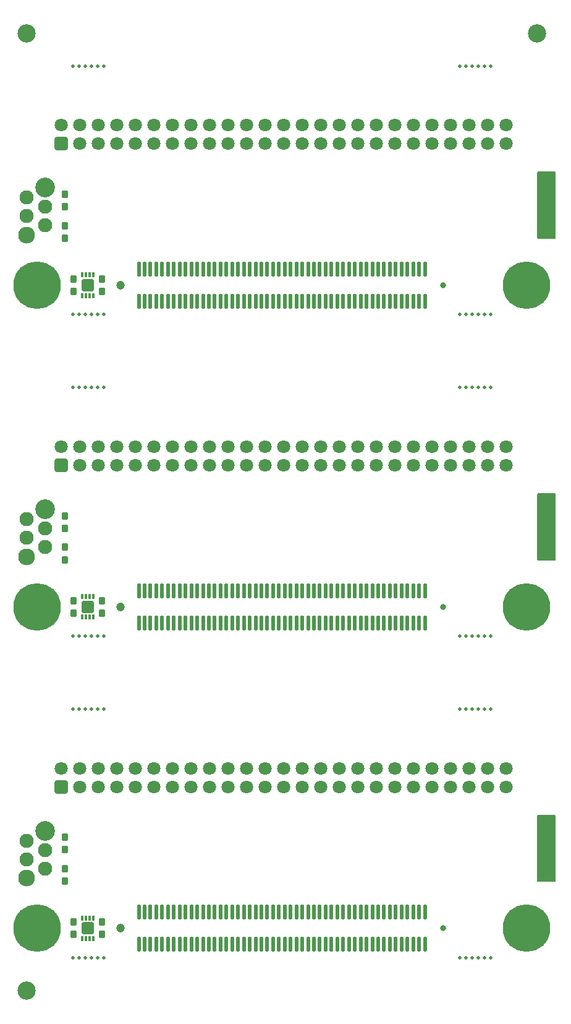
<source format=gts>
G04 #@! TF.GenerationSoftware,KiCad,Pcbnew,8.0.6*
G04 #@! TF.CreationDate,2024-11-07T02:26:55-08:00*
G04 #@! TF.ProjectId,hvd-50-idc-panel,6876642d-3530-42d6-9964-632d70616e65,1*
G04 #@! TF.SameCoordinates,Original*
G04 #@! TF.FileFunction,Soldermask,Top*
G04 #@! TF.FilePolarity,Negative*
%FSLAX46Y46*%
G04 Gerber Fmt 4.6, Leading zero omitted, Abs format (unit mm)*
G04 Created by KiCad (PCBNEW 8.0.6) date 2024-11-07 02:26:55*
%MOMM*%
%LPD*%
G01*
G04 APERTURE LIST*
G04 Aperture macros list*
%AMRoundRect*
0 Rectangle with rounded corners*
0 $1 Rounding radius*
0 $2 $3 $4 $5 $6 $7 $8 $9 X,Y pos of 4 corners*
0 Add a 4 corners polygon primitive as box body*
4,1,4,$2,$3,$4,$5,$6,$7,$8,$9,$2,$3,0*
0 Add four circle primitives for the rounded corners*
1,1,$1+$1,$2,$3*
1,1,$1+$1,$4,$5*
1,1,$1+$1,$6,$7*
1,1,$1+$1,$8,$9*
0 Add four rect primitives between the rounded corners*
20,1,$1+$1,$2,$3,$4,$5,0*
20,1,$1+$1,$4,$5,$6,$7,0*
20,1,$1+$1,$6,$7,$8,$9,0*
20,1,$1+$1,$8,$9,$2,$3,0*%
G04 Aperture macros list end*
%ADD10C,0.500000*%
%ADD11C,2.500000*%
%ADD12RoundRect,0.264706X0.635294X-0.635294X0.635294X0.635294X-0.635294X0.635294X-0.635294X-0.635294X0*%
%ADD13C,1.800000*%
%ADD14C,6.500000*%
%ADD15RoundRect,0.225000X0.225000X-0.275000X0.225000X0.275000X-0.225000X0.275000X-0.225000X-0.275000X0*%
%ADD16RoundRect,0.225000X-0.225000X0.275000X-0.225000X-0.275000X0.225000X-0.275000X0.225000X0.275000X0*%
%ADD17C,2.300000*%
%ADD18C,2.700000*%
%ADD19C,1.950000*%
%ADD20RoundRect,0.062500X0.137500X-0.287500X0.137500X0.287500X-0.137500X0.287500X-0.137500X-0.287500X0*%
%ADD21RoundRect,0.265625X0.584375X-0.584375X0.584375X0.584375X-0.584375X0.584375X-0.584375X-0.584375X0*%
%ADD22C,0.800000*%
%ADD23C,1.200000*%
%ADD24RoundRect,0.125000X0.125000X0.925000X-0.125000X0.925000X-0.125000X-0.925000X0.125000X-0.925000X0*%
G04 APERTURE END LIST*
D10*
G04 #@! TO.C,KiKit_MB_8_1*
X-61899000Y51002000D03*
G04 #@! TD*
G04 #@! TO.C,KiKit_MB_1_2*
X-9739401Y95002000D03*
G04 #@! TD*
G04 #@! TO.C,KiKit_MB_4_6*
X-66100999Y95002000D03*
G04 #@! TD*
G04 #@! TO.C,KiKit_MB_5_5*
X-12260600Y51002000D03*
G04 #@! TD*
G04 #@! TO.C,KiKit_MB_1_3*
X-10579801Y95002000D03*
G04 #@! TD*
D11*
G04 #@! TO.C,KiKit_FID_T_3*
X-72500000Y2500000D03*
G04 #@! TD*
D10*
G04 #@! TO.C,KiKit_MB_2_3*
X-64420199Y129002000D03*
G04 #@! TD*
G04 #@! TO.C,KiKit_MB_4_1*
X-61899000Y95002000D03*
G04 #@! TD*
G04 #@! TO.C,KiKit_MB_3_3*
X-11420200Y129002000D03*
G04 #@! TD*
G04 #@! TO.C,KiKit_MB_9_3*
X-10579801Y7002000D03*
G04 #@! TD*
D12*
G04 #@! TO.C,J2*
X-67760000Y30362000D03*
D13*
X-67760000Y32902000D03*
X-65220000Y30362000D03*
X-65220000Y32902000D03*
X-62680000Y30362000D03*
X-62680000Y32902000D03*
X-60140000Y30362000D03*
X-60140000Y32902000D03*
X-57600000Y30362000D03*
X-57600000Y32902000D03*
X-55060000Y30362000D03*
X-55060000Y32902000D03*
X-52520000Y30362000D03*
X-52520000Y32902000D03*
X-49980000Y30362000D03*
X-49980000Y32902000D03*
X-47440000Y30362000D03*
X-47440000Y32902000D03*
X-44900000Y30362000D03*
X-44900000Y32902000D03*
X-42360000Y30362000D03*
X-42360000Y32902000D03*
X-39820000Y30362000D03*
X-39820000Y32902000D03*
X-37280000Y30362000D03*
X-37280000Y32902000D03*
X-34740000Y30362000D03*
X-34740000Y32902000D03*
X-32200000Y30362000D03*
X-32200000Y32902000D03*
X-29660000Y30362000D03*
X-29660000Y32902000D03*
X-27120000Y30362000D03*
X-27120000Y32902000D03*
X-24580000Y30362000D03*
X-24580000Y32902000D03*
X-22040000Y30362000D03*
X-22040000Y32902000D03*
X-19500000Y30362000D03*
X-19500000Y32902000D03*
X-16960000Y30362000D03*
X-16960000Y32902000D03*
X-14420000Y30362000D03*
X-14420000Y32902000D03*
X-11880000Y30362000D03*
X-11880000Y32902000D03*
X-9340000Y30362000D03*
X-9340000Y32902000D03*
X-6800000Y30362000D03*
X-6800000Y32902000D03*
G04 #@! TD*
D10*
G04 #@! TO.C,KiKit_MB_12_5*
X-65260599Y7002000D03*
G04 #@! TD*
G04 #@! TO.C,KiKit_MB_9_5*
X-12260600Y7002000D03*
G04 #@! TD*
G04 #@! TO.C,KiKit_MB_10_5*
X-62739400Y41002000D03*
G04 #@! TD*
D14*
G04 #@! TO.C,H3*
X-71000000Y11002000D03*
G04 #@! TD*
D15*
G04 #@! TO.C,R1*
X-62150000Y98152000D03*
X-62150000Y99852000D03*
G04 #@! TD*
D10*
G04 #@! TO.C,KiKit_MB_3_1*
X-13101000Y129002000D03*
G04 #@! TD*
G04 #@! TO.C,KiKit_MB_7_5*
X-9739401Y85002000D03*
G04 #@! TD*
G04 #@! TO.C,KiKit_MB_1_4*
X-11420200Y95002000D03*
G04 #@! TD*
D16*
G04 #@! TO.C,R2*
X-67200000Y23452000D03*
X-67200000Y21752000D03*
G04 #@! TD*
D10*
G04 #@! TO.C,KiKit_MB_2_2*
X-65260599Y129002000D03*
G04 #@! TD*
G04 #@! TO.C,KiKit_MB_8_4*
X-64420199Y51002000D03*
G04 #@! TD*
G04 #@! TO.C,KiKit_MB_3_4*
X-10579801Y129002000D03*
G04 #@! TD*
G04 #@! TO.C,KiKit_MB_7_1*
X-13101000Y85002000D03*
G04 #@! TD*
G04 #@! TO.C,KiKit_MB_12_4*
X-64420199Y7002000D03*
G04 #@! TD*
D16*
G04 #@! TO.C,R2*
X-67200000Y67452000D03*
X-67200000Y65752000D03*
G04 #@! TD*
D10*
G04 #@! TO.C,KiKit_MB_3_5*
X-9739401Y129002000D03*
G04 #@! TD*
G04 #@! TO.C,KiKit_MB_6_6*
X-61899000Y85002000D03*
G04 #@! TD*
G04 #@! TO.C,KiKit_MB_9_4*
X-11420200Y7002000D03*
G04 #@! TD*
D15*
G04 #@! TO.C,R3*
X-67200000Y105452000D03*
X-67200000Y107152000D03*
G04 #@! TD*
D10*
G04 #@! TO.C,KiKit_MB_6_5*
X-62739400Y85002000D03*
G04 #@! TD*
G04 #@! TO.C,KiKit_MB_10_1*
X-66100999Y41002000D03*
G04 #@! TD*
D17*
G04 #@! TO.C,J3*
X-72440000Y105872000D03*
D18*
X-69900000Y112342000D03*
D19*
X-72440000Y111012000D03*
X-69900000Y109742000D03*
X-72440000Y108472000D03*
X-69900000Y107202000D03*
G04 #@! TD*
D10*
G04 #@! TO.C,KiKit_MB_11_1*
X-13101000Y41002000D03*
G04 #@! TD*
D12*
G04 #@! TO.C,J2*
X-67760000Y118362000D03*
D13*
X-67760000Y120902000D03*
X-65220000Y118362000D03*
X-65220000Y120902000D03*
X-62680000Y118362000D03*
X-62680000Y120902000D03*
X-60140000Y118362000D03*
X-60140000Y120902000D03*
X-57600000Y118362000D03*
X-57600000Y120902000D03*
X-55060000Y118362000D03*
X-55060000Y120902000D03*
X-52520000Y118362000D03*
X-52520000Y120902000D03*
X-49980000Y118362000D03*
X-49980000Y120902000D03*
X-47440000Y118362000D03*
X-47440000Y120902000D03*
X-44900000Y118362000D03*
X-44900000Y120902000D03*
X-42360000Y118362000D03*
X-42360000Y120902000D03*
X-39820000Y118362000D03*
X-39820000Y120902000D03*
X-37280000Y118362000D03*
X-37280000Y120902000D03*
X-34740000Y118362000D03*
X-34740000Y120902000D03*
X-32200000Y118362000D03*
X-32200000Y120902000D03*
X-29660000Y118362000D03*
X-29660000Y120902000D03*
X-27120000Y118362000D03*
X-27120000Y120902000D03*
X-24580000Y118362000D03*
X-24580000Y120902000D03*
X-22040000Y118362000D03*
X-22040000Y120902000D03*
X-19500000Y118362000D03*
X-19500000Y120902000D03*
X-16960000Y118362000D03*
X-16960000Y120902000D03*
X-14420000Y118362000D03*
X-14420000Y120902000D03*
X-11880000Y118362000D03*
X-11880000Y120902000D03*
X-9340000Y118362000D03*
X-9340000Y120902000D03*
X-6800000Y118362000D03*
X-6800000Y120902000D03*
G04 #@! TD*
D10*
G04 #@! TO.C,KiKit_MB_7_3*
X-11420200Y85002000D03*
G04 #@! TD*
G04 #@! TO.C,KiKit_MB_2_6*
X-61899000Y129002000D03*
G04 #@! TD*
D20*
G04 #@! TO.C,U1*
X-64850001Y53602000D03*
X-64350000Y53602000D03*
X-63850000Y53602000D03*
X-63349999Y53602000D03*
X-63349999Y56402000D03*
X-63850000Y56402000D03*
X-64350000Y56402000D03*
X-64850001Y56402000D03*
D21*
X-64100000Y55002000D03*
G04 #@! TD*
D10*
G04 #@! TO.C,KiKit_MB_5_2*
X-9739401Y51002000D03*
G04 #@! TD*
D14*
G04 #@! TO.C,H3*
X-71000000Y99002000D03*
G04 #@! TD*
D10*
G04 #@! TO.C,KiKit_MB_7_2*
X-12260600Y85002000D03*
G04 #@! TD*
G04 #@! TO.C,KiKit_MB_12_2*
X-62739400Y7002000D03*
G04 #@! TD*
G04 #@! TO.C,KiKit_MB_10_4*
X-63579800Y41002000D03*
G04 #@! TD*
D15*
G04 #@! TO.C,R3*
X-67200000Y61452000D03*
X-67200000Y63152000D03*
G04 #@! TD*
D10*
G04 #@! TO.C,KiKit_MB_1_6*
X-13101000Y95002000D03*
G04 #@! TD*
G04 #@! TO.C,KiKit_MB_6_3*
X-64420199Y85002000D03*
G04 #@! TD*
D15*
G04 #@! TO.C,R1*
X-62150000Y10152000D03*
X-62150000Y11852000D03*
G04 #@! TD*
D10*
G04 #@! TO.C,KiKit_MB_4_2*
X-62739400Y95002000D03*
G04 #@! TD*
G04 #@! TO.C,KiKit_MB_9_6*
X-13101000Y7002000D03*
G04 #@! TD*
G04 #@! TO.C,KiKit_MB_9_2*
X-9739401Y7002000D03*
G04 #@! TD*
G04 #@! TO.C,KiKit_MB_6_1*
X-66100999Y85002000D03*
G04 #@! TD*
G04 #@! TO.C,KiKit_MB_2_4*
X-63579800Y129002000D03*
G04 #@! TD*
D22*
G04 #@! TO.C,J1*
X-15400000Y11002000D03*
D23*
X-59600000Y11002000D03*
D24*
X-57100000Y8802000D03*
X-57100000Y13202000D03*
X-56300000Y8802000D03*
X-56300000Y13202000D03*
X-55500000Y8802000D03*
X-55500000Y13202000D03*
X-54700000Y8802000D03*
X-54700000Y13202000D03*
X-53900000Y8802000D03*
X-53900000Y13202000D03*
X-53100000Y8802000D03*
X-53100000Y13202000D03*
X-52300000Y8802000D03*
X-52300000Y13202000D03*
X-51500000Y8802000D03*
X-51500000Y13202000D03*
X-50700000Y8802000D03*
X-50700000Y13202000D03*
X-49900000Y8802000D03*
X-49900000Y13202000D03*
X-49100000Y8802000D03*
X-49100000Y13202000D03*
X-48300000Y8802000D03*
X-48300000Y13202000D03*
X-47500000Y8802000D03*
X-47500000Y13202000D03*
X-46700000Y8802000D03*
X-46700000Y13202000D03*
X-45900000Y8802000D03*
X-45900000Y13202000D03*
X-45100000Y8802000D03*
X-45100000Y13202000D03*
X-44300000Y8802000D03*
X-44300000Y13202000D03*
X-43500000Y8802000D03*
X-43500000Y13202000D03*
X-42700000Y8802000D03*
X-42700000Y13202000D03*
X-41900000Y8802000D03*
X-41900000Y13202000D03*
X-41100000Y8802000D03*
X-41100000Y13202000D03*
X-40300000Y8802000D03*
X-40300000Y13202000D03*
X-39500000Y8802000D03*
X-39500000Y13202000D03*
X-38700000Y8802000D03*
X-38700000Y13202000D03*
X-37900000Y8802000D03*
X-37900000Y13202000D03*
X-37100000Y8802000D03*
X-37100000Y13202000D03*
X-36300000Y8802000D03*
X-36300000Y13202000D03*
X-35500000Y8802000D03*
X-35500000Y13202000D03*
X-34700000Y8802000D03*
X-34700000Y13202000D03*
X-33900000Y8802000D03*
X-33900000Y13202000D03*
X-33100000Y8802000D03*
X-33100000Y13202000D03*
X-32300000Y8802000D03*
X-32300000Y13202000D03*
X-31500000Y8802000D03*
X-31500000Y13202000D03*
X-30700000Y8802000D03*
X-30700000Y13202000D03*
X-29900000Y8802000D03*
X-29900000Y13202000D03*
X-29100000Y8802000D03*
X-29100000Y13202000D03*
X-28300000Y8802000D03*
X-28300000Y13202000D03*
X-27500000Y8802000D03*
X-27500000Y13202000D03*
X-26700000Y8802000D03*
X-26700000Y13202000D03*
X-25900000Y8802000D03*
X-25900000Y13202000D03*
X-25100000Y8802000D03*
X-25100000Y13202000D03*
X-24300000Y8802000D03*
X-24300000Y13202000D03*
X-23500000Y8802000D03*
X-23500000Y13202000D03*
X-22700000Y8802000D03*
X-22700000Y13202000D03*
X-21900000Y8802000D03*
X-21900000Y13202000D03*
X-21100000Y8802000D03*
X-21100000Y13202000D03*
X-20300000Y8802000D03*
X-20300000Y13202000D03*
X-19500000Y8802000D03*
X-19500000Y13202000D03*
X-18700000Y8802000D03*
X-18700000Y13202000D03*
X-17900000Y8802000D03*
X-17900000Y13202000D03*
G04 #@! TD*
D14*
G04 #@! TO.C,H3*
X-71000000Y55002000D03*
G04 #@! TD*
D10*
G04 #@! TO.C,KiKit_MB_2_5*
X-62739400Y129002000D03*
G04 #@! TD*
G04 #@! TO.C,KiKit_MB_1_1*
X-8899001Y95002000D03*
G04 #@! TD*
G04 #@! TO.C,KiKit_MB_8_5*
X-65260599Y51002000D03*
G04 #@! TD*
G04 #@! TO.C,KiKit_MB_12_6*
X-66100999Y7002000D03*
G04 #@! TD*
D15*
G04 #@! TO.C,R3*
X-67200000Y17452000D03*
X-67200000Y19152000D03*
G04 #@! TD*
D10*
G04 #@! TO.C,KiKit_MB_3_2*
X-12260600Y129002000D03*
G04 #@! TD*
G04 #@! TO.C,KiKit_MB_7_6*
X-8899001Y85002000D03*
G04 #@! TD*
D22*
G04 #@! TO.C,J1*
X-15400000Y99002000D03*
D23*
X-59600000Y99002000D03*
D24*
X-57100000Y96802000D03*
X-57100000Y101202000D03*
X-56300000Y96802000D03*
X-56300000Y101202000D03*
X-55500000Y96802000D03*
X-55500000Y101202000D03*
X-54700000Y96802000D03*
X-54700000Y101202000D03*
X-53900000Y96802000D03*
X-53900000Y101202000D03*
X-53100000Y96802000D03*
X-53100000Y101202000D03*
X-52300000Y96802000D03*
X-52300000Y101202000D03*
X-51500000Y96802000D03*
X-51500000Y101202000D03*
X-50700000Y96802000D03*
X-50700000Y101202000D03*
X-49900000Y96802000D03*
X-49900000Y101202000D03*
X-49100000Y96802000D03*
X-49100000Y101202000D03*
X-48300000Y96802000D03*
X-48300000Y101202000D03*
X-47500000Y96802000D03*
X-47500000Y101202000D03*
X-46700000Y96802000D03*
X-46700000Y101202000D03*
X-45900000Y96802000D03*
X-45900000Y101202000D03*
X-45100000Y96802000D03*
X-45100000Y101202000D03*
X-44300000Y96802000D03*
X-44300000Y101202000D03*
X-43500000Y96802000D03*
X-43500000Y101202000D03*
X-42700000Y96802000D03*
X-42700000Y101202000D03*
X-41900000Y96802000D03*
X-41900000Y101202000D03*
X-41100000Y96802000D03*
X-41100000Y101202000D03*
X-40300000Y96802000D03*
X-40300000Y101202000D03*
X-39500000Y96802000D03*
X-39500000Y101202000D03*
X-38700000Y96802000D03*
X-38700000Y101202000D03*
X-37900000Y96802000D03*
X-37900000Y101202000D03*
X-37100000Y96802000D03*
X-37100000Y101202000D03*
X-36300000Y96802000D03*
X-36300000Y101202000D03*
X-35500000Y96802000D03*
X-35500000Y101202000D03*
X-34700000Y96802000D03*
X-34700000Y101202000D03*
X-33900000Y96802000D03*
X-33900000Y101202000D03*
X-33100000Y96802000D03*
X-33100000Y101202000D03*
X-32300000Y96802000D03*
X-32300000Y101202000D03*
X-31500000Y96802000D03*
X-31500000Y101202000D03*
X-30700000Y96802000D03*
X-30700000Y101202000D03*
X-29900000Y96802000D03*
X-29900000Y101202000D03*
X-29100000Y96802000D03*
X-29100000Y101202000D03*
X-28300000Y96802000D03*
X-28300000Y101202000D03*
X-27500000Y96802000D03*
X-27500000Y101202000D03*
X-26700000Y96802000D03*
X-26700000Y101202000D03*
X-25900000Y96802000D03*
X-25900000Y101202000D03*
X-25100000Y96802000D03*
X-25100000Y101202000D03*
X-24300000Y96802000D03*
X-24300000Y101202000D03*
X-23500000Y96802000D03*
X-23500000Y101202000D03*
X-22700000Y96802000D03*
X-22700000Y101202000D03*
X-21900000Y96802000D03*
X-21900000Y101202000D03*
X-21100000Y96802000D03*
X-21100000Y101202000D03*
X-20300000Y96802000D03*
X-20300000Y101202000D03*
X-19500000Y96802000D03*
X-19500000Y101202000D03*
X-18700000Y96802000D03*
X-18700000Y101202000D03*
X-17900000Y96802000D03*
X-17900000Y101202000D03*
G04 #@! TD*
D10*
G04 #@! TO.C,KiKit_MB_5_6*
X-13101000Y51002000D03*
G04 #@! TD*
G04 #@! TO.C,KiKit_MB_5_4*
X-11420200Y51002000D03*
G04 #@! TD*
G04 #@! TO.C,KiKit_MB_6_4*
X-63579800Y85002000D03*
G04 #@! TD*
D17*
G04 #@! TO.C,J3*
X-72440000Y17872000D03*
D18*
X-69900000Y24342000D03*
D19*
X-72440000Y23012000D03*
X-69900000Y21742000D03*
X-72440000Y20472000D03*
X-69900000Y19202000D03*
G04 #@! TD*
D10*
G04 #@! TO.C,KiKit_MB_11_5*
X-9739401Y41002000D03*
G04 #@! TD*
D14*
G04 #@! TO.C,H4*
X-4000000Y55002000D03*
G04 #@! TD*
D15*
G04 #@! TO.C,C1*
X-66050000Y98152000D03*
X-66050000Y99852000D03*
G04 #@! TD*
D10*
G04 #@! TO.C,KiKit_MB_4_4*
X-64420199Y95002000D03*
G04 #@! TD*
G04 #@! TO.C,KiKit_MB_8_6*
X-66100999Y51002000D03*
G04 #@! TD*
G04 #@! TO.C,KiKit_MB_5_3*
X-10579801Y51002000D03*
G04 #@! TD*
G04 #@! TO.C,KiKit_MB_8_3*
X-63579800Y51002000D03*
G04 #@! TD*
G04 #@! TO.C,KiKit_MB_10_2*
X-65260599Y41002000D03*
G04 #@! TD*
D15*
G04 #@! TO.C,C1*
X-66050000Y10152000D03*
X-66050000Y11852000D03*
G04 #@! TD*
D20*
G04 #@! TO.C,U1*
X-64850001Y97602000D03*
X-64350000Y97602000D03*
X-63850000Y97602000D03*
X-63349999Y97602000D03*
X-63349999Y100402000D03*
X-63850000Y100402000D03*
X-64350000Y100402000D03*
X-64850001Y100402000D03*
D21*
X-64100000Y99002000D03*
G04 #@! TD*
D17*
G04 #@! TO.C,J3*
X-72440000Y61872000D03*
D18*
X-69900000Y68342000D03*
D19*
X-72440000Y67012000D03*
X-69900000Y65742000D03*
X-72440000Y64472000D03*
X-69900000Y63202000D03*
G04 #@! TD*
D10*
G04 #@! TO.C,KiKit_MB_9_1*
X-8899001Y7002000D03*
G04 #@! TD*
G04 #@! TO.C,KiKit_MB_11_4*
X-10579801Y41002000D03*
G04 #@! TD*
G04 #@! TO.C,KiKit_MB_6_2*
X-65260599Y85002000D03*
G04 #@! TD*
G04 #@! TO.C,KiKit_MB_11_3*
X-11420200Y41002000D03*
G04 #@! TD*
G04 #@! TO.C,KiKit_MB_10_6*
X-61899000Y41002000D03*
G04 #@! TD*
D11*
G04 #@! TO.C,KiKit_FID_T_2*
X-2500000Y133503500D03*
G04 #@! TD*
G04 #@! TO.C,KiKit_FID_T_1*
X-72500000Y133503500D03*
G04 #@! TD*
D10*
G04 #@! TO.C,KiKit_MB_11_6*
X-8899001Y41002000D03*
G04 #@! TD*
D22*
G04 #@! TO.C,J1*
X-15400000Y55002000D03*
D23*
X-59600000Y55002000D03*
D24*
X-57100000Y52802000D03*
X-57100000Y57202000D03*
X-56300000Y52802000D03*
X-56300000Y57202000D03*
X-55500000Y52802000D03*
X-55500000Y57202000D03*
X-54700000Y52802000D03*
X-54700000Y57202000D03*
X-53900000Y52802000D03*
X-53900000Y57202000D03*
X-53100000Y52802000D03*
X-53100000Y57202000D03*
X-52300000Y52802000D03*
X-52300000Y57202000D03*
X-51500000Y52802000D03*
X-51500000Y57202000D03*
X-50700000Y52802000D03*
X-50700000Y57202000D03*
X-49900000Y52802000D03*
X-49900000Y57202000D03*
X-49100000Y52802000D03*
X-49100000Y57202000D03*
X-48300000Y52802000D03*
X-48300000Y57202000D03*
X-47500000Y52802000D03*
X-47500000Y57202000D03*
X-46700000Y52802000D03*
X-46700000Y57202000D03*
X-45900000Y52802000D03*
X-45900000Y57202000D03*
X-45100000Y52802000D03*
X-45100000Y57202000D03*
X-44300000Y52802000D03*
X-44300000Y57202000D03*
X-43500000Y52802000D03*
X-43500000Y57202000D03*
X-42700000Y52802000D03*
X-42700000Y57202000D03*
X-41900000Y52802000D03*
X-41900000Y57202000D03*
X-41100000Y52802000D03*
X-41100000Y57202000D03*
X-40300000Y52802000D03*
X-40300000Y57202000D03*
X-39500000Y52802000D03*
X-39500000Y57202000D03*
X-38700000Y52802000D03*
X-38700000Y57202000D03*
X-37900000Y52802000D03*
X-37900000Y57202000D03*
X-37100000Y52802000D03*
X-37100000Y57202000D03*
X-36300000Y52802000D03*
X-36300000Y57202000D03*
X-35500000Y52802000D03*
X-35500000Y57202000D03*
X-34700000Y52802000D03*
X-34700000Y57202000D03*
X-33900000Y52802000D03*
X-33900000Y57202000D03*
X-33100000Y52802000D03*
X-33100000Y57202000D03*
X-32300000Y52802000D03*
X-32300000Y57202000D03*
X-31500000Y52802000D03*
X-31500000Y57202000D03*
X-30700000Y52802000D03*
X-30700000Y57202000D03*
X-29900000Y52802000D03*
X-29900000Y57202000D03*
X-29100000Y52802000D03*
X-29100000Y57202000D03*
X-28300000Y52802000D03*
X-28300000Y57202000D03*
X-27500000Y52802000D03*
X-27500000Y57202000D03*
X-26700000Y52802000D03*
X-26700000Y57202000D03*
X-25900000Y52802000D03*
X-25900000Y57202000D03*
X-25100000Y52802000D03*
X-25100000Y57202000D03*
X-24300000Y52802000D03*
X-24300000Y57202000D03*
X-23500000Y52802000D03*
X-23500000Y57202000D03*
X-22700000Y52802000D03*
X-22700000Y57202000D03*
X-21900000Y52802000D03*
X-21900000Y57202000D03*
X-21100000Y52802000D03*
X-21100000Y57202000D03*
X-20300000Y52802000D03*
X-20300000Y57202000D03*
X-19500000Y52802000D03*
X-19500000Y57202000D03*
X-18700000Y52802000D03*
X-18700000Y57202000D03*
X-17900000Y52802000D03*
X-17900000Y57202000D03*
G04 #@! TD*
D10*
G04 #@! TO.C,KiKit_MB_7_4*
X-10579801Y85002000D03*
G04 #@! TD*
G04 #@! TO.C,KiKit_MB_4_5*
X-65260599Y95002000D03*
G04 #@! TD*
G04 #@! TO.C,KiKit_MB_2_1*
X-66100999Y129002000D03*
G04 #@! TD*
G04 #@! TO.C,KiKit_MB_8_2*
X-62739400Y51002000D03*
G04 #@! TD*
D12*
G04 #@! TO.C,J2*
X-67760000Y74362000D03*
D13*
X-67760000Y76902000D03*
X-65220000Y74362000D03*
X-65220000Y76902000D03*
X-62680000Y74362000D03*
X-62680000Y76902000D03*
X-60140000Y74362000D03*
X-60140000Y76902000D03*
X-57600000Y74362000D03*
X-57600000Y76902000D03*
X-55060000Y74362000D03*
X-55060000Y76902000D03*
X-52520000Y74362000D03*
X-52520000Y76902000D03*
X-49980000Y74362000D03*
X-49980000Y76902000D03*
X-47440000Y74362000D03*
X-47440000Y76902000D03*
X-44900000Y74362000D03*
X-44900000Y76902000D03*
X-42360000Y74362000D03*
X-42360000Y76902000D03*
X-39820000Y74362000D03*
X-39820000Y76902000D03*
X-37280000Y74362000D03*
X-37280000Y76902000D03*
X-34740000Y74362000D03*
X-34740000Y76902000D03*
X-32200000Y74362000D03*
X-32200000Y76902000D03*
X-29660000Y74362000D03*
X-29660000Y76902000D03*
X-27120000Y74362000D03*
X-27120000Y76902000D03*
X-24580000Y74362000D03*
X-24580000Y76902000D03*
X-22040000Y74362000D03*
X-22040000Y76902000D03*
X-19500000Y74362000D03*
X-19500000Y76902000D03*
X-16960000Y74362000D03*
X-16960000Y76902000D03*
X-14420000Y74362000D03*
X-14420000Y76902000D03*
X-11880000Y74362000D03*
X-11880000Y76902000D03*
X-9340000Y74362000D03*
X-9340000Y76902000D03*
X-6800000Y74362000D03*
X-6800000Y76902000D03*
G04 #@! TD*
D10*
G04 #@! TO.C,KiKit_MB_12_1*
X-61899000Y7002000D03*
G04 #@! TD*
D14*
G04 #@! TO.C,H4*
X-4000000Y99002000D03*
G04 #@! TD*
G04 #@! TO.C,H4*
X-4000000Y11002000D03*
G04 #@! TD*
D10*
G04 #@! TO.C,KiKit_MB_3_6*
X-8899001Y129002000D03*
G04 #@! TD*
G04 #@! TO.C,KiKit_MB_10_3*
X-64420199Y41002000D03*
G04 #@! TD*
G04 #@! TO.C,KiKit_MB_11_2*
X-12260600Y41002000D03*
G04 #@! TD*
G04 #@! TO.C,KiKit_MB_12_3*
X-63579800Y7002000D03*
G04 #@! TD*
G04 #@! TO.C,KiKit_MB_1_5*
X-12260600Y95002000D03*
G04 #@! TD*
D20*
G04 #@! TO.C,U1*
X-64850001Y9602000D03*
X-64350000Y9602000D03*
X-63850000Y9602000D03*
X-63349999Y9602000D03*
X-63349999Y12402000D03*
X-63850000Y12402000D03*
X-64350000Y12402000D03*
X-64850001Y12402000D03*
D21*
X-64100000Y11002000D03*
G04 #@! TD*
D10*
G04 #@! TO.C,KiKit_MB_4_3*
X-63579800Y95002000D03*
G04 #@! TD*
D15*
G04 #@! TO.C,R1*
X-62150000Y54152000D03*
X-62150000Y55852000D03*
G04 #@! TD*
D16*
G04 #@! TO.C,R2*
X-67200000Y111452000D03*
X-67200000Y109752000D03*
G04 #@! TD*
D15*
G04 #@! TO.C,C1*
X-66050000Y54152000D03*
X-66050000Y55852000D03*
G04 #@! TD*
D10*
G04 #@! TO.C,KiKit_MB_5_1*
X-8899001Y51002000D03*
G04 #@! TD*
G36*
X-56961Y114532315D02*
G01*
X-11206Y114479511D01*
X0Y114428000D01*
X0Y105476000D01*
X-19685Y105408961D01*
X-72489Y105363206D01*
X-124000Y105352000D01*
X-2376000Y105352000D01*
X-2443039Y105371685D01*
X-2488794Y105424489D01*
X-2500000Y105476000D01*
X-2500000Y114428000D01*
X-2480315Y114495039D01*
X-2427511Y114540794D01*
X-2376000Y114552000D01*
X-124000Y114552000D01*
X-56961Y114532315D01*
G37*
G36*
X-56961Y70532315D02*
G01*
X-11206Y70479511D01*
X0Y70428000D01*
X0Y61476000D01*
X-19685Y61408961D01*
X-72489Y61363206D01*
X-124000Y61352000D01*
X-2376000Y61352000D01*
X-2443039Y61371685D01*
X-2488794Y61424489D01*
X-2500000Y61476000D01*
X-2500000Y70428000D01*
X-2480315Y70495039D01*
X-2427511Y70540794D01*
X-2376000Y70552000D01*
X-124000Y70552000D01*
X-56961Y70532315D01*
G37*
G36*
X-56961Y26532315D02*
G01*
X-11206Y26479511D01*
X0Y26428000D01*
X0Y17476000D01*
X-19685Y17408961D01*
X-72489Y17363206D01*
X-124000Y17352000D01*
X-2376000Y17352000D01*
X-2443039Y17371685D01*
X-2488794Y17424489D01*
X-2500000Y17476000D01*
X-2500000Y26428000D01*
X-2480315Y26495039D01*
X-2427511Y26540794D01*
X-2376000Y26552000D01*
X-124000Y26552000D01*
X-56961Y26532315D01*
G37*
M02*

</source>
